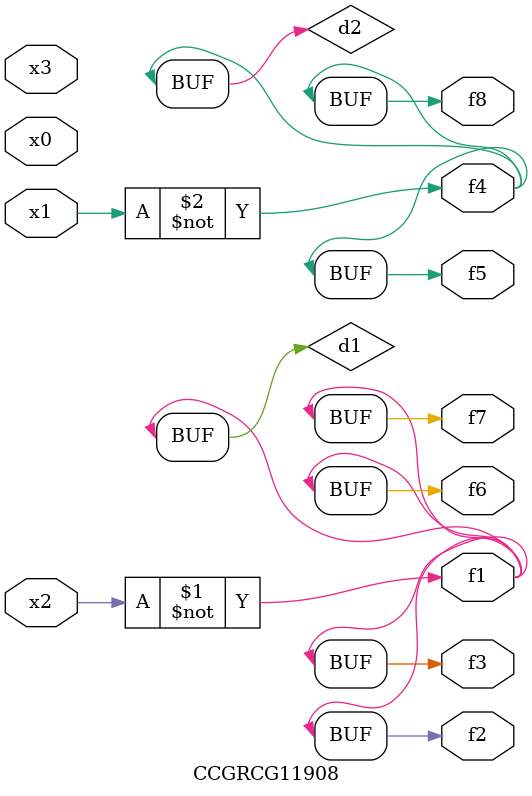
<source format=v>
module CCGRCG11908(
	input x0, x1, x2, x3,
	output f1, f2, f3, f4, f5, f6, f7, f8
);

	wire d1, d2;

	xnor (d1, x2);
	not (d2, x1);
	assign f1 = d1;
	assign f2 = d1;
	assign f3 = d1;
	assign f4 = d2;
	assign f5 = d2;
	assign f6 = d1;
	assign f7 = d1;
	assign f8 = d2;
endmodule

</source>
